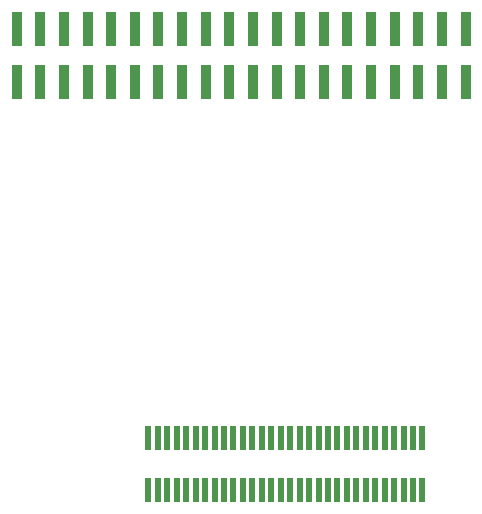
<source format=gbr>
G04 #@! TF.GenerationSoftware,KiCad,Pcbnew,5.0.2-5.fc29*
G04 #@! TF.CreationDate,2019-03-04T17:53:56+05:30*
G04 #@! TF.ProjectId,sx1509,73783135-3039-42e6-9b69-6361645f7063,v0.1*
G04 #@! TF.SameCoordinates,Original*
G04 #@! TF.FileFunction,Paste,Bot*
G04 #@! TF.FilePolarity,Positive*
%FSLAX46Y46*%
G04 Gerber Fmt 4.6, Leading zero omitted, Abs format (unit mm)*
G04 Created by KiCad (PCBNEW 5.0.2-5.fc29) date Mon 04 Mar 2019 05:53:56 PM IST*
%MOMM*%
%LPD*%
G01*
G04 APERTURE LIST*
%ADD10R,0.500000X2.000000*%
%ADD11R,0.890000X3.000000*%
G04 APERTURE END LIST*
D10*
G04 #@! TO.C,P3*
X131550000Y-140750000D03*
X131550000Y-136350000D03*
X132350000Y-136350000D03*
X132350000Y-140750000D03*
X130750000Y-140750000D03*
X130750000Y-136350000D03*
X129950000Y-136350000D03*
X129950000Y-140750000D03*
X129150000Y-136350000D03*
X129150000Y-140750000D03*
X128350000Y-140750000D03*
X128350000Y-136350000D03*
X127550000Y-140750000D03*
X127550000Y-136350000D03*
X126750000Y-136350000D03*
X126750000Y-140750000D03*
X125950000Y-136350000D03*
X125950000Y-140750000D03*
X125150000Y-136350000D03*
X125150000Y-140750000D03*
X124350000Y-136350000D03*
X124350000Y-140750000D03*
X123550000Y-140750000D03*
X123550000Y-136350000D03*
X122750000Y-140750000D03*
X122750000Y-136350000D03*
X121950000Y-140750000D03*
X121950000Y-136350000D03*
X121150000Y-136350000D03*
X121150000Y-140750000D03*
X139550000Y-140750000D03*
X144350000Y-140750000D03*
X134750000Y-136350000D03*
X140350000Y-136350000D03*
X142750000Y-136350000D03*
X144350000Y-136350000D03*
X141150000Y-136350000D03*
X140350000Y-140750000D03*
X138750000Y-140750000D03*
X138750000Y-136350000D03*
X142750000Y-140750000D03*
X143550000Y-136350000D03*
X133150000Y-140750000D03*
X135550000Y-136350000D03*
X134750000Y-140750000D03*
X141950000Y-140750000D03*
X135550000Y-140750000D03*
X137150000Y-140750000D03*
X141150000Y-140750000D03*
X133950000Y-140750000D03*
X139550000Y-136350000D03*
X136350000Y-136350000D03*
X137150000Y-136350000D03*
X133150000Y-136350000D03*
X136350000Y-140750000D03*
X137950000Y-140750000D03*
X137950000Y-136350000D03*
X133950000Y-136350000D03*
X141950000Y-136350000D03*
X143550000Y-140750000D03*
G04 #@! TD*
D11*
G04 #@! TO.C,P1*
X148000000Y-106250000D03*
X146000000Y-106250000D03*
X144000000Y-106250000D03*
X142000000Y-106250000D03*
X140000000Y-106250000D03*
X138000000Y-106250000D03*
X136000000Y-106250000D03*
X134000000Y-106250000D03*
X132000000Y-106250000D03*
X130000000Y-106250000D03*
X128000000Y-106250000D03*
X126000000Y-106250000D03*
X124000000Y-106250000D03*
X122000000Y-106250000D03*
X120000000Y-106250000D03*
X118000000Y-106250000D03*
X116000000Y-106250000D03*
X114000000Y-106250000D03*
X112000000Y-106250000D03*
X148000000Y-101750000D03*
X146000000Y-101750000D03*
X144000000Y-101750000D03*
X142000000Y-101750000D03*
X140000000Y-101750000D03*
X138000000Y-101750000D03*
X136000000Y-101750000D03*
X134000000Y-101750000D03*
X132000000Y-101750000D03*
X130000000Y-101750000D03*
X128000000Y-101750000D03*
X126000000Y-101750000D03*
X124000000Y-101750000D03*
X122000000Y-101750000D03*
X120000000Y-101750000D03*
X118000000Y-101750000D03*
X116000000Y-101750000D03*
X114000000Y-101750000D03*
X112000000Y-101750000D03*
X110000000Y-101750000D03*
X110000000Y-106250000D03*
G04 #@! TD*
M02*

</source>
